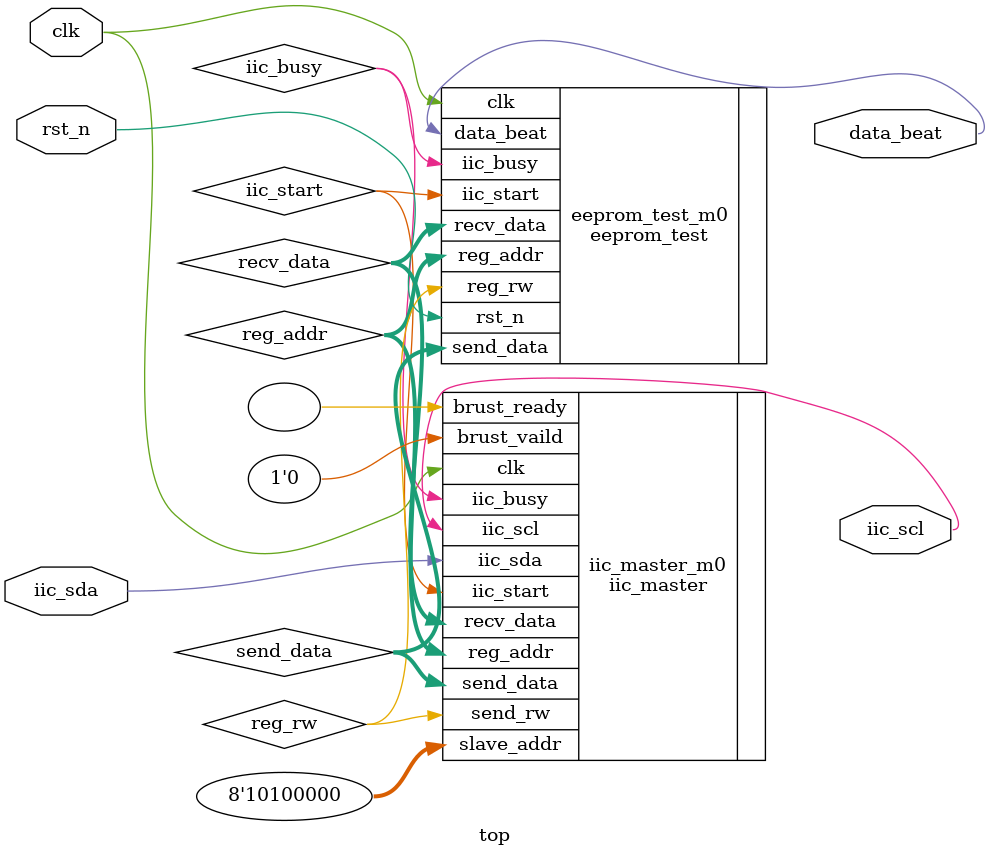
<source format=sv>
module top(
    input           clk,
    input           rst_n,

    output          data_beat,

    inout           iic_sda,
    output          iic_scl
);
parameter CLK_FRE 				= 50; //FPGA输入时钟 50Mhz
parameter IIC_FRE 				= 400;//IIC CLK时钟频率 100Khz
parameter IIC_SLAVE_ADDR_EX 	= 0;//0 7位地址模式 1 10位地址模式
parameter IIC_SLAVE_ADDR 		= 8'b10100000;//IIC 从机地址
parameter IIC_SLAVE_REG_EX 		= 1;//0 8位寄存器地址 1 16位寄存器地址

parameter TEST_FRE              = 2; //测试读写频率 1Hz
/********************************************************************************/
/**************************      控制逻辑   ************************************/
/********************************************************************************/
wire                                    iic_start,iic_busy;
wire                                    reg_rw;
wire [7 + IIC_SLAVE_REG_EX  * 8 :0]     reg_addr;
wire [7:0]                              send_data,recv_data;
eeprom_test eeprom_test_m0(
    .clk            (clk                ),
    .rst_n          (rst_n              ),

    .iic_start      (iic_start          ),
    .iic_busy       (iic_busy           ),
    .reg_rw         (reg_rw             ),
    .reg_addr       (reg_addr           ),
    .send_data      (send_data          ),
    .recv_data      (recv_data          ),

    .data_beat      (data_beat          )
);


/********************************************************************************/
/**************************      IIC驱动   ************************************/
/********************************************************************************/
// 注 ： 由于各个器件的读取时序并不相同，以下例化仅适用于EEPROM的读取和写入
iic_master#(
	.CLK_FRE 				(CLK_FRE	 			),
	.IIC_FRE 				(IIC_FRE 	 			),
	.IIC_SLAVE_ADDR_EX 		(IIC_SLAVE_ADDR_EX      ),
	.IIC_SLAVE_REG_EX 		(IIC_SLAVE_REG_EX 	    )
	) iic_master_m0(
	.clk			(clk					),

	.iic_busy		(iic_busy				),
	.iic_start		(iic_start				),	
	.slave_addr		(IIC_SLAVE_ADDR	        ),	
	.send_rw		(reg_rw 				),	
	.reg_addr		(reg_addr				),		
	.send_data		(send_data				),	
	.recv_data		(recv_data				),

    .brust_ready	(						),	//此例程未涉及连续读写	
	.brust_vaild	(1'b0					),		
		
	.iic_scl		(iic_scl				),	
	.iic_sda		(iic_sda				)	
	);
endmodule 
</source>
